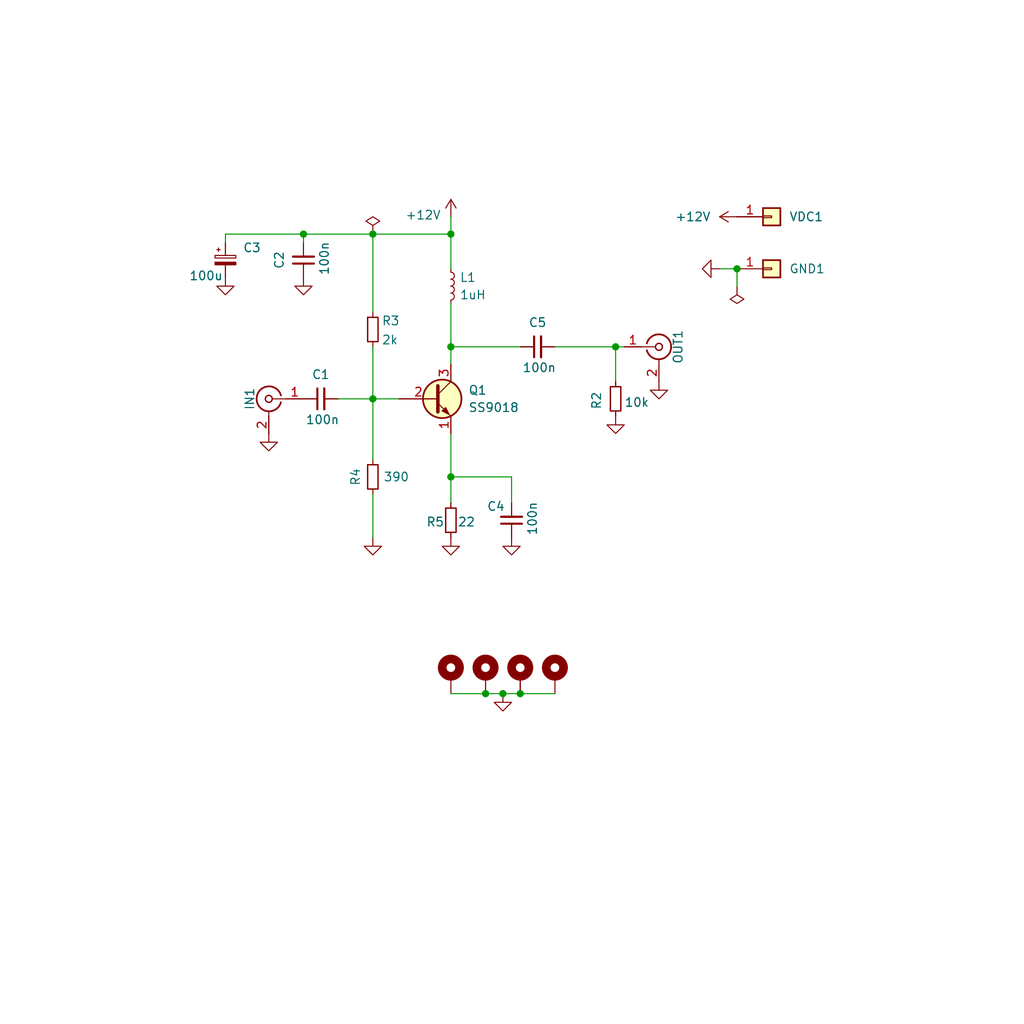
<source format=kicad_sch>
(kicad_sch (version 20240417) (generator "eeschema") (generator_version "8.99")
  (paper "User" 150.012 150.012)
  (title_block (title "Antenna Amplifier") (date "2024-05-29") (rev "0.01") (company "Dhiru Kholia (VU3CER)"))
  (lib_symbols
    (symbol "+12V_1" (power) (pin_numbers hide) (pin_names (offset 0) hide)
      (property "Value" "+12V" (at 0 3.556 0))
      (symbol "+12V_1_0_1"
        (polyline (pts (xy -0.762 1.27) (xy 0 2.54)))
        (polyline (pts (xy 0 2.54) (xy 0.762 1.27)))
        (polyline (pts (xy 0 0) (xy 0 2.54)))
      )
      (symbol "+12V_1_1_1"
        (pin power_in line (at 0 0 90) (length 0) (name "~") (number "1"))
      )
    )
    (symbol "Connector:Conn_Coaxial" (pin_names (offset 1.016) hide)
      (property "Reference" "J" (at 0.254 3.048 0))
      (property "Value" "Conn_Coaxial" (at 2.921 0 90))
      (symbol "Conn_Coaxial_0_1"
        (polyline (pts (xy -2.54 0) (xy -0.508 0)))
        (arc (start 1.778 0) (mid 0.222 -1.8079) (end -1.778 -0.508) (stroke (width 0.254)))
        (arc (start -1.778 0.508) (mid 0.2221 1.8084) (end 1.778 0) (stroke (width 0.254)))
        (circle (center 0 0) (radius 0.508) (stroke (width 0.2032)))
        (polyline (pts (xy 0 -2.54) (xy 0 -1.778)))
      )
      (symbol "Conn_Coaxial_1_1"
        (pin passive line (at -5.08 0 0) (length 2.54) (name "In") (number "1"))
        (pin passive line (at 0 -5.08 90) (length 2.54) (name "Ext") (number "2"))
      )
    )
    (symbol "Connector_Generic:Conn_01x01" (pin_names (offset 1.016) hide)
      (property "Reference" "J" (at 0 2.54 0))
      (property "Value" "Conn_01x01" (at 0 -2.54 0))
      (symbol "Conn_01x01_1_1"
        (rectangle (start -1.27 1.27) (end 1.27 -1.27) (stroke (width 0.254)) (fill (type background)))
        (rectangle (start -1.27 0.127) (end 0 -0.127) (stroke (width 0.1524)))
        (pin passive line (at -5.08 0 0) (length 3.81) (name "Pin_1") (number "1"))
      )
    )
    (symbol "Device:C_Polarized_Small" (pin_numbers hide) (pin_names (offset 0.254) hide)
      (property "Reference" "C" (at 0.254 1.778 0))
      (property "Value" "C_Polarized_Small" (at 0.254 -2.032 0))
      (symbol "C_Polarized_Small_0_1"
        (rectangle (start -1.524 0.6858) (end 1.524 0.3048))
        (rectangle (start -1.524 -0.3048) (end 1.524 -0.6858) (fill (type outline)))
        (polyline (pts (xy -1.27 1.524) (xy -0.762 1.524)))
        (polyline (pts (xy -1.016 1.27) (xy -1.016 1.778)))
      )
      (symbol "C_Polarized_Small_1_1"
        (pin passive line (at 0 2.54 270) (length 1.8542) (name "~") (number "1"))
        (pin passive line (at 0 -2.54 90) (length 1.8542) (name "~") (number "2"))
      )
    )
    (symbol "Device:C_Small" (pin_numbers hide) (pin_names (offset 0.254) hide)
      (property "Reference" "C" (at 0.254 1.778 0))
      (property "Value" "C_Small" (at 0.254 -2.032 0))
      (symbol "C_Small_0_1"
        (polyline (pts (xy -1.524 0.508) (xy 1.524 0.508)) (stroke (width 0.3048)))
        (polyline (pts (xy -1.524 -0.508) (xy 1.524 -0.508)) (stroke (width 0.3302)))
      )
      (symbol "C_Small_1_1"
        (pin passive line (at 0 2.54 270) (length 2.032) (name "~") (number "1"))
        (pin passive line (at 0 -2.54 90) (length 2.032) (name "~") (number "2"))
      )
    )
    (symbol "Device:L_Small" (pin_numbers hide) (pin_names (offset 0.254) hide)
      (property "Reference" "L" (at 0.762 1.016 0))
      (property "Value" "L_Small" (at 0.762 -1.016 0))
      (symbol "L_Small_0_1"
        (arc (start 0 2.032) (mid 0.5058 1.524) (end 0 1.016))
        (arc (start 0 1.016) (mid 0.5058 0.508) (end 0 0))
        (arc (start 0 0) (mid 0.5058 -0.508) (end 0 -1.016))
        (arc (start 0 -1.016) (mid 0.5058 -1.524) (end 0 -2.032))
      )
      (symbol "L_Small_1_1"
        (pin passive line (at 0 2.54 270) (length 0.508) (name "~") (number "1"))
        (pin passive line (at 0 -2.54 90) (length 0.508) (name "~") (number "2"))
      )
    )
    (symbol "Device:R_Small" (pin_numbers hide) (pin_names (offset 0.254) hide)
      (property "Reference" "R" (at 0.762 0.508 0))
      (property "Value" "R_Small" (at 0.762 -1.016 0))
      (symbol "R_Small_0_1"
        (rectangle (start -0.762 1.778) (end 0.762 -1.778) (stroke (width 0.2032)))
      )
      (symbol "R_Small_1_1"
        (pin passive line (at 0 2.54 270) (length 0.762) (name "~") (number "1"))
        (pin passive line (at 0 -2.54 90) (length 0.762) (name "~") (number "2"))
      )
    )
    (symbol "Mechanical:MountingHole_Pad" (pin_numbers hide) (pin_names (offset 1.016) hide)
      (property "Reference" "H" (at 0 6.35 0))
      (property "Value" "MountingHole_Pad" (at 0 4.445 0))
      (symbol "MountingHole_Pad_0_1"
        (circle (center 0 1.27) (radius 1.27) (stroke (width 1.27)))
      )
      (symbol "MountingHole_Pad_1_1"
        (pin input line (at 0 -2.54 90) (length 2.54) (name "1") (number "1"))
      )
    )
    (symbol "PCM_4ms_Power-symbol:PWR_FLAG" (power) (pin_numbers hide) (pin_names (offset 0) hide)
      (property "Value" "PWR_FLAG" (at 0 3.81 0))
      (symbol "PWR_FLAG_0_0"
        (pin power_out line (at 0 0 90) (length 0) (name "pwr") (number "1"))
      )
      (symbol "PWR_FLAG_0_1"
        (polyline (pts (xy 0 0) (xy 0 1.27) (xy -1.016 1.905) (xy 0 2.54) (xy 1.016 1.905) (xy 0 1.27)))
      )
    )
    (symbol "PCM_Transistor_BJT_AKL:SS9018" (pin_names hide)
      (property "Reference" "Q" (at 5.08 1.27 0))
      (property "Value" "SS9018" (at 5.08 -1.27 0))
      (symbol "SS9018_0_1"
        (polyline (pts (xy 0.635 1.905) (xy 0.635 -1.905) (xy 0.635 -1.905)) (stroke (width 0.508)))
        (polyline (pts (xy 0.635 0.635) (xy 2.54 2.54)))
        (polyline (pts (xy 0.635 -0.635) (xy 2.54 -2.54) (xy 2.54 -2.54)))
        (circle (center 1.27 0) (radius 2.8194) (stroke (width 0.254)) (fill (type background)))
        (polyline (pts (xy 1.27 -1.778) (xy 1.778 -1.27) (xy 2.286 -2.286) (xy 1.27 -1.778) (xy 1.27 -1.778)) (fill (type outline)))
      )
      (symbol "SS9018_1_1"
        (pin passive line (at 2.54 -5.08 90) (length 2.54) (name "E") (number "1"))
        (pin passive line (at -5.08 0 0) (length 5.715) (name "B") (number "2"))
        (pin passive line (at 2.54 5.08 270) (length 2.54) (name "C") (number "3"))
      )
    )
    (symbol "power:+12V" (power) (pin_numbers hide) (pin_names (offset 0) hide)
      (property "Value" "+12V" (at 0 3.556 0))
      (symbol "+12V_0_1"
        (polyline (pts (xy -0.762 1.27) (xy 0 2.54)))
        (polyline (pts (xy 0 2.54) (xy 0.762 1.27)))
        (polyline (pts (xy 0 0) (xy 0 2.54)))
      )
      (symbol "+12V_1_1"
        (pin power_in line (at 0 0 90) (length 0) (name "~") (number "1"))
      )
    )
    (symbol "power:GND" (power) (pin_numbers hide) (pin_names (offset 0) hide)
      (property "Value" "GND" (at 0 -3.81 0))
      (symbol "GND_0_1"
        (polyline (pts (xy 0 0) (xy 0 -1.27) (xy 1.27 -1.27) (xy 0 -2.54) (xy -1.27 -1.27) (xy 0 -1.27)))
      )
      (symbol "GND_1_1"
        (pin power_in line (at 0 0 270) (length 0) (name "~") (number "1"))
      )
    )
    (symbol "power:PWR_FLAG" (power) (pin_numbers hide) (pin_names (offset 0) hide)
      (property "Value" "PWR_FLAG" (at 0 3.81 0))
      (symbol "PWR_FLAG_0_0"
        (pin power_out line (at 0 0 90) (length 0) (name "~") (number "1"))
      )
      (symbol "PWR_FLAG_0_1"
        (polyline (pts (xy 0 0) (xy 0 1.27) (xy -1.016 1.905) (xy 0 2.54) (xy 1.016 1.905) (xy 0 1.27)))
      )
    )
  )
  (junction (at 54.61 58.42))
  (junction (at 107.95 39.37))
  (junction (at 90.17 50.8))
  (junction (at 66.04 69.85))
  (junction (at 44.45 34.29))
  (junction (at 54.61 34.29))
  (junction (at 76.2 101.6))
  (junction (at 66.04 34.29))
  (junction (at 73.66 101.6))
  (junction (at 66.04 50.8))
  (junction (at 71.12 101.6))
  (wire (pts (xy 81.28 50.8) (xy 90.17 50.8)))
  (wire (pts (xy 54.61 34.29) (xy 54.61 45.72)))
  (wire (pts (xy 33.02 35.56) (xy 33.02 34.29)))
  (wire (pts (xy 71.12 101.6) (xy 73.66 101.6)))
  (wire (pts (xy 66.04 44.45) (xy 66.04 50.8)))
  (wire (pts (xy 66.04 31.75) (xy 66.04 34.29)))
  (wire (pts (xy 107.95 39.37) (xy 107.95 41.91)))
  (wire (pts (xy 74.93 73.66) (xy 74.93 69.85)))
  (wire (pts (xy 74.93 69.85) (xy 66.04 69.85)))
  (wire (pts (xy 66.04 50.8) (xy 76.2 50.8)))
  (wire (pts (xy 49.53 58.42) (xy 54.61 58.42)))
  (wire (pts (xy 66.04 101.6) (xy 71.12 101.6)))
  (wire (pts (xy 33.02 34.29) (xy 44.45 34.29)))
  (wire (pts (xy 66.04 34.29) (xy 66.04 39.37)))
  (wire (pts (xy 54.61 67.31) (xy 54.61 58.42)))
  (wire (pts (xy 90.17 55.88) (xy 90.17 50.8)))
  (wire (pts (xy 54.61 34.29) (xy 66.04 34.29)))
  (wire (pts (xy 90.17 50.8) (xy 91.44 50.8)))
  (wire (pts (xy 44.45 34.29) (xy 44.45 35.56)))
  (wire (pts (xy 76.2 101.6) (xy 81.28 101.6)))
  (wire (pts (xy 66.04 53.34) (xy 66.04 50.8)))
  (wire (pts (xy 105.41 39.37) (xy 107.95 39.37)))
  (wire (pts (xy 44.45 34.29) (xy 54.61 34.29)))
  (wire (pts (xy 54.61 72.39) (xy 54.61 78.74)))
  (wire (pts (xy 66.04 63.5) (xy 66.04 69.85)))
  (wire (pts (xy 54.61 58.42) (xy 58.42 58.42)))
  (wire (pts (xy 54.61 50.8) (xy 54.61 58.42)))
  (wire (pts (xy 73.66 101.6) (xy 76.2 101.6)))
  (wire (pts (xy 66.04 69.85) (xy 66.04 73.66)))
  (symbol (lib_id "power:GND") (at 105.41 39.37 270) (unit 1)
    (property "Reference" "#PWR07" (effects (hide yes)))
    (property "Value" "GND" (effects (hide yes)))
    (property "Description" "Power symbol creates a global label with name \"GND\" , ground" (effects (hide yes)))
  )
  (symbol (lib_id "Mechanical:MountingHole_Pad") (at 71.12 99.06 0) (unit 1)
    (property "Reference" "H2" (effects (hide yes)))
    (property "Value" "MountingHole_Pad" (effects (hide yes)))
    (property "Footprint" "MountingHole:MountingHole_2.2mm_M2_Pad_Via" (effects (hide yes)))
  )
  (symbol (lib_id "Device:L_Small") (at 66.04 41.91 0) (unit 1)
    (property "Reference" "L1" (at 67.31 40.6399 0) (effects (justify left)))
    (property "Value" "1uH" (at 67.31 43.1799 0) (effects (justify left)))
    (property "Footprint" "Inductor_THT:L_Axial_L5.3mm_D2.2mm_P2.54mm_Vertical_Vishay_IM-1" (effects (hide yes)))
    (property "Description" "Inductor, small symbol" (effects (hide yes)))
  )
  (symbol (lib_id "Connector:Conn_Coaxial") (at 39.37 58.42 0) (mirror y) (unit 1)
    (property "Reference" "IN1" (at 36.576 58.42 90))
    (property "Value" "SMA" (effects (hide yes)))
    (property "Footprint" "Connector_Coaxial:SMA_Samtec_SMA-J-P-H-ST-EM1_EdgeMount" (effects (hide yes)))
    (property "Description" "coaxial connector (BNC, SMA, SMB, SMC, Cinch/RCA, LEMO, ...)" (effects (hide yes)))
  )
  (symbol (lib_id "Device:C_Small") (at 74.93 76.2 180) (unit 1)
    (property "Reference" "C4" (at 72.644 74.168 0))
    (property "Value" "100n" (at 77.978 75.946 90))
    (property "Footprint" "Capacitor_SMD:C_1206_3216Metric_Pad1.33x1.80mm_HandSolder" (effects (hide yes)))
    (property "Description" "Unpolarized capacitor, small symbol" (effects (hide yes)))
  )
  (symbol (lib_id "Device:R_Small") (at 54.61 69.85 180) (unit 1)
    (property "Reference" "R4" (at 52.07 69.85 90))
    (property "Value" "390" (at 56.134 69.85 0) (effects (justify right)))
    (property "Footprint" "Resistor_SMD:R_1206_3216Metric_Pad1.30x1.75mm_HandSolder" (effects (hide yes)))
  )
  (symbol (lib_id "Mechanical:MountingHole_Pad") (at 81.28 99.06 0) (unit 1)
    (property "Reference" "H4" (effects (hide yes)))
    (property "Value" "MountingHole_Pad" (effects (hide yes)))
    (property "Footprint" "MountingHole:MountingHole_2.2mm_M2_Pad_Via" (effects (hide yes)))
  )
  (symbol (lib_name "+12V_1") (lib_id "power:+12V") (at 66.04 31.75 0) (unit 1)
    (property "Reference" "#PWR04" (effects (hide yes)))
    (property "Value" "+12V" (at 61.976 31.496 0))
    (property "Description" "Power symbol creates a global label with name \"+12V\"" (effects (hide yes)))
  )
  (symbol (lib_id "Device:C_Small") (at 44.45 38.1 180) (unit 1)
    (property "Reference" "C2" (at 40.894 38.1 90))
    (property "Value" "100n" (at 47.498 37.846 90))
    (property "Footprint" "Capacitor_SMD:C_1206_3216Metric_Pad1.33x1.80mm_HandSolder" (effects (hide yes)))
    (property "Description" "Unpolarized capacitor, small symbol" (effects (hide yes)))
  )
  (symbol (lib_id "Mechanical:MountingHole_Pad") (at 66.04 99.06 0) (unit 1)
    (property "Reference" "H1" (effects (hide yes)))
    (property "Value" "MountingHole_Pad" (effects (hide yes)))
    (property "Footprint" "MountingHole:MountingHole_2.2mm_M2_Pad_Via" (effects (hide yes)))
  )
  (symbol (lib_id "power:GND") (at 66.04 78.74 0) (unit 1)
    (property "Reference" "#PWR05" (effects (hide yes)))
    (property "Value" "GND" (effects (hide yes)))
    (property "Description" "Power symbol creates a global label with name \"GND\" , ground" (effects (hide yes)))
  )
  (symbol (lib_id "Device:C_Small") (at 78.74 50.8 90) (unit 1)
    (property "Reference" "C5" (at 78.74 47.244 90))
    (property "Value" "100n" (at 78.994 53.848 90))
    (property "Footprint" "Capacitor_SMD:C_1206_3216Metric_Pad1.33x1.80mm_HandSolder" (effects (hide yes)))
    (property "Description" "Unpolarized capacitor, small symbol" (effects (hide yes)))
  )
  (symbol (lib_id "power:GND") (at 96.52 55.88 0) (mirror y) (unit 1)
    (property "Reference" "#PWR03" (effects (hide yes)))
    (property "Value" "GND" (effects (hide yes)))
    (property "Description" "Power symbol creates a global label with name \"GND\" , ground" (effects (hide yes)))
  )
  (symbol (lib_id "PCM_Transistor_BJT_AKL:SS9018") (at 63.5 58.42 0) (unit 1)
    (property "Reference" "Q1" (at 68.58 57.1499 0) (effects (justify left)))
    (property "Value" "SS9018" (at 68.58 59.6899 0) (effects (justify left)))
    (property "Footprint" "Connector_PinSocket_2.54mm:PinSocket_1x03_P2.54mm_Vertical" (effects (hide yes)))
    (property "Datasheet" "https://www.mouser.com/datasheet/2/149/SS9018-890081.pdf" (effects (hide yes)))
    (property "Description" "NPN TO-92 RF transistor, 15V, 50mA, 400mW, Alternate KiCAD Library" (effects (hide yes)))
  )
  (symbol (lib_id "power:GND") (at 54.61 78.74 0) (unit 1)
    (property "Reference" "#PWR09" (effects (hide yes)))
    (property "Value" "GND" (effects (hide yes)))
    (property "Description" "Power symbol creates a global label with name \"GND\" , ground" (effects (hide yes)))
  )
  (symbol (lib_id "power:GND") (at 74.93 78.74 0) (unit 1)
    (property "Reference" "#PWR08" (effects (hide yes)))
    (property "Value" "GND" (effects (hide yes)))
    (property "Description" "Power symbol creates a global label with name \"GND\" , ground" (effects (hide yes)))
  )
  (symbol (lib_id "Device:C_Polarized_Small") (at 33.02 38.1 0) (unit 1)
    (property "Reference" "C3" (at 35.56 36.2838 0) (effects (justify left)))
    (property "Value" "100u" (at 27.686 40.386 0) (effects (justify left)))
    (property "Footprint" "Capacitor_THT:CP_Radial_D4.0mm_P2.00mm" (effects (hide yes)))
    (property "Description" "Polarized capacitor, small symbol" (effects (hide yes)))
  )
  (symbol (lib_id "Mechanical:MountingHole_Pad") (at 76.2 99.06 0) (unit 1)
    (property "Reference" "H3" (effects (hide yes)))
    (property "Value" "MountingHole_Pad" (effects (hide yes)))
    (property "Footprint" "MountingHole:MountingHole_2.2mm_M2_Pad_Via" (effects (hide yes)))
  )
  (symbol (lib_id "power:+12V") (at 107.95 31.75 90) (unit 1)
    (property "Reference" "#PWR06" (effects (hide yes)))
    (property "Value" "+12V" (at 104.14 31.7499 90) (effects (justify left)))
    (property "Description" "Power symbol creates a global label with name \"+12V\"" (effects (hide yes)))
  )
  (symbol (lib_id "Device:R_Small") (at 66.04 76.2 180) (unit 1)
    (property "Reference" "R5" (at 63.754 76.454 0))
    (property "Value" "22" (at 68.326 76.454 0))
    (property "Footprint" "Resistor_SMD:R_1206_3216Metric_Pad1.30x1.75mm_HandSolder" (effects (hide yes)))
  )
  (symbol (lib_id "power:PWR_FLAG") (at 107.95 41.91 180) (unit 1)
    (property "Reference" "#FLG02" (effects (hide yes)))
    (property "Value" "PWR_FLAG" (effects (hide yes)))
    (property "Description" "Special symbol for telling ERC where power comes from" (effects (hide yes)))
  )
  (symbol (lib_id "power:GND") (at 44.45 40.64 0) (unit 1)
    (property "Reference" "#PWR010" (effects (hide yes)))
    (property "Value" "GND" (effects (hide yes)))
    (property "Description" "Power symbol creates a global label with name \"GND\" , ground" (effects (hide yes)))
  )
  (symbol (lib_id "Device:R_Small") (at 54.61 48.26 0) (unit 1)
    (property "Reference" "R3" (at 55.88 46.99 0) (effects (justify left)))
    (property "Value" "2k" (at 55.88 49.784 0) (effects (justify left)))
    (property "Footprint" "Resistor_SMD:R_1206_3216Metric_Pad1.30x1.75mm_HandSolder" (effects (hide yes)))
  )
  (symbol (lib_id "power:GND") (at 39.37 63.5 0) (unit 1)
    (property "Reference" "#PWR02" (effects (hide yes)))
    (property "Value" "GND" (effects (hide yes)))
    (property "Description" "Power symbol creates a global label with name \"GND\" , ground" (effects (hide yes)))
  )
  (symbol (lib_id "Connector_Generic:Conn_01x01") (at 113.03 31.75 0) (unit 1)
    (property "Reference" "VDC1" (at 115.57 31.75 0) (effects (justify left)))
    (property "Value" "Conn_01x01" (effects (hide yes)))
    (property "Footprint" "TestPoint:TestPoint_THTPad_2.5x2.5mm_Drill1.2mm" (effects (hide yes)))
  )
  (symbol (lib_id "power:GND") (at 33.02 40.64 0) (unit 1)
    (property "Reference" "#PWR011" (effects (hide yes)))
    (property "Value" "GND" (effects (hide yes)))
    (property "Description" "Power symbol creates a global label with name \"GND\" , ground" (effects (hide yes)))
  )
  (symbol (lib_id "Device:R_Small") (at 90.17 58.42 180) (unit 1)
    (property "Reference" "R2" (at 87.376 58.674 90))
    (property "Value" "10k" (at 91.44 58.928 0) (effects (justify right)))
    (property "Footprint" "Resistor_SMD:R_1206_3216Metric_Pad1.30x1.75mm_HandSolder" (effects (hide yes)))
  )
  (symbol (lib_id "Device:C_Small") (at 46.99 58.42 90) (unit 1)
    (property "Reference" "C1" (at 46.99 54.864 90))
    (property "Value" "100n" (at 47.244 61.468 90))
    (property "Footprint" "Capacitor_SMD:C_1206_3216Metric_Pad1.33x1.80mm_HandSolder" (effects (hide yes)))
    (property "Description" "Unpolarized capacitor, small symbol" (effects (hide yes)))
  )
  (symbol (lib_id "power:GND") (at 73.66 101.6 0) (unit 1)
    (property "Reference" "#PWR016" (effects (hide yes)))
    (property "Value" "GND" (effects (hide yes)))
    (property "Description" "Power symbol creates a global label with name \"GND\" , ground" (effects (hide yes)))
  )
  (symbol (lib_id "Connector_Generic:Conn_01x01") (at 113.03 39.37 0) (unit 1)
    (property "Reference" "GND1" (at 115.57 39.37 0) (effects (justify left)))
    (property "Value" "Conn_01x01" (effects (hide yes)))
    (property "Footprint" "TestPoint:TestPoint_THTPad_2.5x2.5mm_Drill1.2mm" (effects (hide yes)))
  )
  (symbol (lib_id "power:GND") (at 90.17 60.96 0) (unit 1)
    (property "Reference" "#PWR01" (effects (hide yes)))
    (property "Value" "GND" (effects (hide yes)))
    (property "Description" "Power symbol creates a global label with name \"GND\" , ground" (effects (hide yes)))
  )
  (symbol (lib_id "Connector:Conn_Coaxial") (at 96.52 50.8 0) (unit 1)
    (property "Reference" "OUT1" (at 99.314 50.8 90))
    (property "Value" "SMA" (effects (hide yes)))
    (property "Footprint" "Connector_Coaxial:SMA_Samtec_SMA-J-P-H-ST-EM1_EdgeMount" (effects (hide yes)))
    (property "Description" "coaxial connector (BNC, SMA, SMB, SMC, Cinch/RCA, LEMO, ...)" (effects (hide yes)))
  )
  (symbol (lib_id "PCM_4ms_Power-symbol:PWR_FLAG") (at 54.61 34.29 0) (unit 1)
    (property "Reference" "#FLG01" (effects (hide yes)))
    (property "Value" "PWR_FLAG" (effects (hide yes)))
  )
)
</source>
